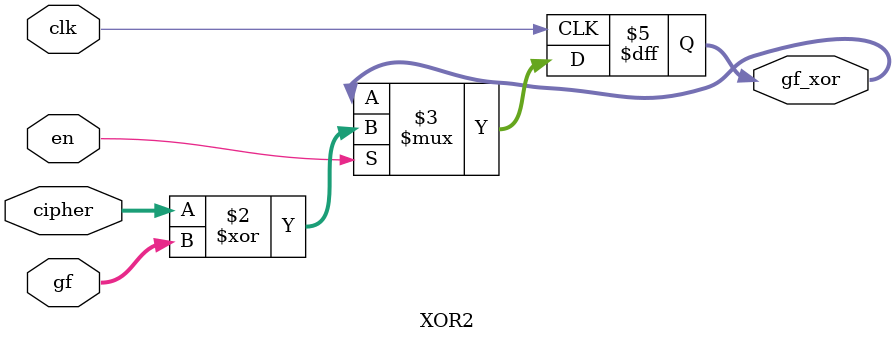
<source format=v>

module XOR2(clk,en,cipher,gf,gf_xor);

input clk;
input en;
input [15:0] cipher,gf;
output [15:0] gf_xor;

reg [15:0] gf_xor;

always@(posedge clk)
begin
 if(en) gf_xor<=cipher^gf;
end

endmodule
</source>
